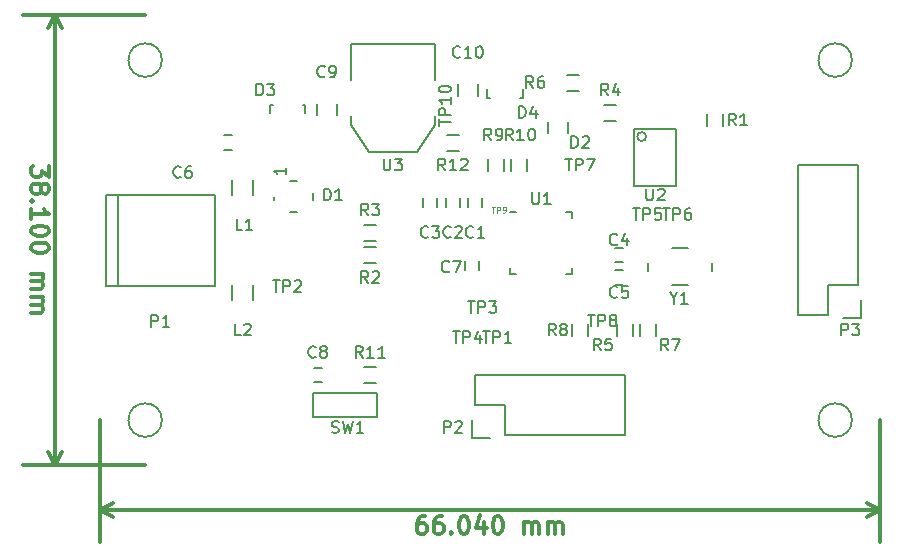
<source format=gbr>
G04 #@! TF.FileFunction,Legend,Top*
%FSLAX46Y46*%
G04 Gerber Fmt 4.6, Leading zero omitted, Abs format (unit mm)*
G04 Created by KiCad (PCBNEW 4.0.2+dfsg1-stable) date Fri 29 Jul 2016 09:24:32 AM CST*
%MOMM*%
G01*
G04 APERTURE LIST*
%ADD10C,0.100000*%
%ADD11C,0.300000*%
%ADD12C,0.150000*%
%ADD13C,0.125000*%
G04 APERTURE END LIST*
D10*
D11*
X115041429Y-109284287D02*
X115041429Y-110212858D01*
X114470000Y-109712858D01*
X114470000Y-109927144D01*
X114398571Y-110070001D01*
X114327143Y-110141430D01*
X114184286Y-110212858D01*
X113827143Y-110212858D01*
X113684286Y-110141430D01*
X113612857Y-110070001D01*
X113541429Y-109927144D01*
X113541429Y-109498572D01*
X113612857Y-109355715D01*
X113684286Y-109284287D01*
X114398571Y-111070001D02*
X114470000Y-110927143D01*
X114541429Y-110855715D01*
X114684286Y-110784286D01*
X114755714Y-110784286D01*
X114898571Y-110855715D01*
X114970000Y-110927143D01*
X115041429Y-111070001D01*
X115041429Y-111355715D01*
X114970000Y-111498572D01*
X114898571Y-111570001D01*
X114755714Y-111641429D01*
X114684286Y-111641429D01*
X114541429Y-111570001D01*
X114470000Y-111498572D01*
X114398571Y-111355715D01*
X114398571Y-111070001D01*
X114327143Y-110927143D01*
X114255714Y-110855715D01*
X114112857Y-110784286D01*
X113827143Y-110784286D01*
X113684286Y-110855715D01*
X113612857Y-110927143D01*
X113541429Y-111070001D01*
X113541429Y-111355715D01*
X113612857Y-111498572D01*
X113684286Y-111570001D01*
X113827143Y-111641429D01*
X114112857Y-111641429D01*
X114255714Y-111570001D01*
X114327143Y-111498572D01*
X114398571Y-111355715D01*
X113684286Y-112284286D02*
X113612857Y-112355714D01*
X113541429Y-112284286D01*
X113612857Y-112212857D01*
X113684286Y-112284286D01*
X113541429Y-112284286D01*
X113541429Y-113784286D02*
X113541429Y-112927143D01*
X113541429Y-113355715D02*
X115041429Y-113355715D01*
X114827143Y-113212858D01*
X114684286Y-113070000D01*
X114612857Y-112927143D01*
X115041429Y-114712857D02*
X115041429Y-114855714D01*
X114970000Y-114998571D01*
X114898571Y-115070000D01*
X114755714Y-115141429D01*
X114470000Y-115212857D01*
X114112857Y-115212857D01*
X113827143Y-115141429D01*
X113684286Y-115070000D01*
X113612857Y-114998571D01*
X113541429Y-114855714D01*
X113541429Y-114712857D01*
X113612857Y-114570000D01*
X113684286Y-114498571D01*
X113827143Y-114427143D01*
X114112857Y-114355714D01*
X114470000Y-114355714D01*
X114755714Y-114427143D01*
X114898571Y-114498571D01*
X114970000Y-114570000D01*
X115041429Y-114712857D01*
X115041429Y-116141428D02*
X115041429Y-116284285D01*
X114970000Y-116427142D01*
X114898571Y-116498571D01*
X114755714Y-116570000D01*
X114470000Y-116641428D01*
X114112857Y-116641428D01*
X113827143Y-116570000D01*
X113684286Y-116498571D01*
X113612857Y-116427142D01*
X113541429Y-116284285D01*
X113541429Y-116141428D01*
X113612857Y-115998571D01*
X113684286Y-115927142D01*
X113827143Y-115855714D01*
X114112857Y-115784285D01*
X114470000Y-115784285D01*
X114755714Y-115855714D01*
X114898571Y-115927142D01*
X114970000Y-115998571D01*
X115041429Y-116141428D01*
X113541429Y-118427142D02*
X114541429Y-118427142D01*
X114398571Y-118427142D02*
X114470000Y-118498570D01*
X114541429Y-118641428D01*
X114541429Y-118855713D01*
X114470000Y-118998570D01*
X114327143Y-119069999D01*
X113541429Y-119069999D01*
X114327143Y-119069999D02*
X114470000Y-119141428D01*
X114541429Y-119284285D01*
X114541429Y-119498570D01*
X114470000Y-119641428D01*
X114327143Y-119712856D01*
X113541429Y-119712856D01*
X113541429Y-120427142D02*
X114541429Y-120427142D01*
X114398571Y-120427142D02*
X114470000Y-120498570D01*
X114541429Y-120641428D01*
X114541429Y-120855713D01*
X114470000Y-120998570D01*
X114327143Y-121069999D01*
X113541429Y-121069999D01*
X114327143Y-121069999D02*
X114470000Y-121141428D01*
X114541429Y-121284285D01*
X114541429Y-121498570D01*
X114470000Y-121641428D01*
X114327143Y-121712856D01*
X113541429Y-121712856D01*
X115570000Y-96520000D02*
X115570000Y-134620000D01*
X123190000Y-96520000D02*
X112870000Y-96520000D01*
X123190000Y-134620000D02*
X112870000Y-134620000D01*
X115570000Y-134620000D02*
X114983579Y-133493496D01*
X115570000Y-134620000D02*
X116156421Y-133493496D01*
X115570000Y-96520000D02*
X114983579Y-97646504D01*
X115570000Y-96520000D02*
X116156421Y-97646504D01*
X146900001Y-138958571D02*
X146614287Y-138958571D01*
X146471430Y-139030000D01*
X146400001Y-139101429D01*
X146257144Y-139315714D01*
X146185715Y-139601429D01*
X146185715Y-140172857D01*
X146257144Y-140315714D01*
X146328572Y-140387143D01*
X146471430Y-140458571D01*
X146757144Y-140458571D01*
X146900001Y-140387143D01*
X146971430Y-140315714D01*
X147042858Y-140172857D01*
X147042858Y-139815714D01*
X146971430Y-139672857D01*
X146900001Y-139601429D01*
X146757144Y-139530000D01*
X146471430Y-139530000D01*
X146328572Y-139601429D01*
X146257144Y-139672857D01*
X146185715Y-139815714D01*
X148328572Y-138958571D02*
X148042858Y-138958571D01*
X147900001Y-139030000D01*
X147828572Y-139101429D01*
X147685715Y-139315714D01*
X147614286Y-139601429D01*
X147614286Y-140172857D01*
X147685715Y-140315714D01*
X147757143Y-140387143D01*
X147900001Y-140458571D01*
X148185715Y-140458571D01*
X148328572Y-140387143D01*
X148400001Y-140315714D01*
X148471429Y-140172857D01*
X148471429Y-139815714D01*
X148400001Y-139672857D01*
X148328572Y-139601429D01*
X148185715Y-139530000D01*
X147900001Y-139530000D01*
X147757143Y-139601429D01*
X147685715Y-139672857D01*
X147614286Y-139815714D01*
X149114286Y-140315714D02*
X149185714Y-140387143D01*
X149114286Y-140458571D01*
X149042857Y-140387143D01*
X149114286Y-140315714D01*
X149114286Y-140458571D01*
X150114286Y-138958571D02*
X150257143Y-138958571D01*
X150400000Y-139030000D01*
X150471429Y-139101429D01*
X150542858Y-139244286D01*
X150614286Y-139530000D01*
X150614286Y-139887143D01*
X150542858Y-140172857D01*
X150471429Y-140315714D01*
X150400000Y-140387143D01*
X150257143Y-140458571D01*
X150114286Y-140458571D01*
X149971429Y-140387143D01*
X149900000Y-140315714D01*
X149828572Y-140172857D01*
X149757143Y-139887143D01*
X149757143Y-139530000D01*
X149828572Y-139244286D01*
X149900000Y-139101429D01*
X149971429Y-139030000D01*
X150114286Y-138958571D01*
X151900000Y-139458571D02*
X151900000Y-140458571D01*
X151542857Y-138887143D02*
X151185714Y-139958571D01*
X152114286Y-139958571D01*
X152971428Y-138958571D02*
X153114285Y-138958571D01*
X153257142Y-139030000D01*
X153328571Y-139101429D01*
X153400000Y-139244286D01*
X153471428Y-139530000D01*
X153471428Y-139887143D01*
X153400000Y-140172857D01*
X153328571Y-140315714D01*
X153257142Y-140387143D01*
X153114285Y-140458571D01*
X152971428Y-140458571D01*
X152828571Y-140387143D01*
X152757142Y-140315714D01*
X152685714Y-140172857D01*
X152614285Y-139887143D01*
X152614285Y-139530000D01*
X152685714Y-139244286D01*
X152757142Y-139101429D01*
X152828571Y-139030000D01*
X152971428Y-138958571D01*
X155257142Y-140458571D02*
X155257142Y-139458571D01*
X155257142Y-139601429D02*
X155328570Y-139530000D01*
X155471428Y-139458571D01*
X155685713Y-139458571D01*
X155828570Y-139530000D01*
X155899999Y-139672857D01*
X155899999Y-140458571D01*
X155899999Y-139672857D02*
X155971428Y-139530000D01*
X156114285Y-139458571D01*
X156328570Y-139458571D01*
X156471428Y-139530000D01*
X156542856Y-139672857D01*
X156542856Y-140458571D01*
X157257142Y-140458571D02*
X157257142Y-139458571D01*
X157257142Y-139601429D02*
X157328570Y-139530000D01*
X157471428Y-139458571D01*
X157685713Y-139458571D01*
X157828570Y-139530000D01*
X157899999Y-139672857D01*
X157899999Y-140458571D01*
X157899999Y-139672857D02*
X157971428Y-139530000D01*
X158114285Y-139458571D01*
X158328570Y-139458571D01*
X158471428Y-139530000D01*
X158542856Y-139672857D01*
X158542856Y-140458571D01*
X119380000Y-138430000D02*
X185420000Y-138430000D01*
X119380000Y-130810000D02*
X119380000Y-141130000D01*
X185420000Y-130810000D02*
X185420000Y-141130000D01*
X185420000Y-138430000D02*
X184293496Y-139016421D01*
X185420000Y-138430000D02*
X184293496Y-137843579D01*
X119380000Y-138430000D02*
X120506504Y-139016421D01*
X119380000Y-138430000D02*
X120506504Y-137843579D01*
D12*
X142811500Y-128524000D02*
X137414000Y-128524000D01*
X142748000Y-130556000D02*
X142811500Y-130556000D01*
X137414000Y-130556000D02*
X142748000Y-130556000D01*
X142811500Y-128524000D02*
X142811500Y-130556000D01*
X137414000Y-130556000D02*
X137414000Y-128524000D01*
X169164000Y-119380000D02*
X167767000Y-119380000D01*
X165735000Y-117475000D02*
X165735000Y-118173500D01*
X169164000Y-116205000D02*
X167767000Y-116205000D01*
X171196000Y-118173500D02*
X171196000Y-117475000D01*
X137414000Y-112141000D02*
X137414000Y-112204500D01*
X137414000Y-111633000D02*
X137414000Y-111569500D01*
X135953500Y-110553500D02*
X136017000Y-110553500D01*
X135445500Y-110553500D02*
X135953500Y-110553500D01*
X135509000Y-113157000D02*
X135445500Y-113157000D01*
X134112000Y-112204500D02*
X134112000Y-111950500D01*
X136017000Y-113157000D02*
X135509000Y-113157000D01*
X137414000Y-111633000D02*
X137414000Y-112141000D01*
X147701000Y-101981000D02*
X147701000Y-98933000D01*
X147701000Y-98933000D02*
X140589000Y-98933000D01*
X140589000Y-98933000D02*
X140589000Y-101981000D01*
X147701000Y-105029000D02*
X147701000Y-105791000D01*
X147701000Y-105791000D02*
X146177000Y-108077000D01*
X146177000Y-108077000D02*
X142113000Y-108077000D01*
X142113000Y-108077000D02*
X140589000Y-105791000D01*
X140589000Y-105791000D02*
X140589000Y-105029000D01*
X168148000Y-106172000D02*
X168148000Y-110998000D01*
X168148000Y-110998000D02*
X164592000Y-110998000D01*
X164592000Y-110998000D02*
X164592000Y-106172000D01*
X164592000Y-106172000D02*
X168148000Y-106172000D01*
X165608000Y-106807000D02*
G75*
G03X165608000Y-106807000I-381000J0D01*
G01*
X148725000Y-106640000D02*
X149725000Y-106640000D01*
X149725000Y-107990000D02*
X148725000Y-107990000D01*
X141740000Y-126325000D02*
X142740000Y-126325000D01*
X142740000Y-127675000D02*
X141740000Y-127675000D01*
X155488000Y-108720000D02*
X155488000Y-109720000D01*
X154138000Y-109720000D02*
X154138000Y-108720000D01*
X152233000Y-109720000D02*
X152233000Y-108720000D01*
X153583000Y-108720000D02*
X153583000Y-109720000D01*
X159345000Y-123690000D02*
X159345000Y-122690000D01*
X160695000Y-122690000D02*
X160695000Y-123690000D01*
X165060000Y-123690000D02*
X165060000Y-122690000D01*
X166410000Y-122690000D02*
X166410000Y-123690000D01*
X158885000Y-101560000D02*
X159885000Y-101560000D01*
X159885000Y-102910000D02*
X158885000Y-102910000D01*
X164505000Y-122690000D02*
X164505000Y-123690000D01*
X163155000Y-123690000D02*
X163155000Y-122690000D01*
X163060000Y-105450000D02*
X162060000Y-105450000D01*
X162060000Y-104100000D02*
X163060000Y-104100000D01*
X141740000Y-114260000D02*
X142740000Y-114260000D01*
X142740000Y-115610000D02*
X141740000Y-115610000D01*
X142740000Y-117515000D02*
X141740000Y-117515000D01*
X141740000Y-116165000D02*
X142740000Y-116165000D01*
X170775000Y-105910000D02*
X170775000Y-104910000D01*
X172125000Y-104910000D02*
X172125000Y-105910000D01*
X178435000Y-121920000D02*
X178435000Y-109220000D01*
X178435000Y-109220000D02*
X183515000Y-109220000D01*
X183515000Y-109220000D02*
X183515000Y-119380000D01*
X178435000Y-121920000D02*
X180975000Y-121920000D01*
X182245000Y-122200000D02*
X183795000Y-122200000D01*
X180975000Y-121920000D02*
X180975000Y-119380000D01*
X180975000Y-119380000D02*
X183515000Y-119380000D01*
X183795000Y-122200000D02*
X183795000Y-120650000D01*
X151130000Y-127000000D02*
X163830000Y-127000000D01*
X163830000Y-127000000D02*
X163830000Y-132080000D01*
X163830000Y-132080000D02*
X153670000Y-132080000D01*
X151130000Y-127000000D02*
X151130000Y-129540000D01*
X150850000Y-130810000D02*
X150850000Y-132360000D01*
X151130000Y-129540000D02*
X153670000Y-129540000D01*
X153670000Y-129540000D02*
X153670000Y-132080000D01*
X150850000Y-132360000D02*
X152400000Y-132360000D01*
X120860820Y-111719360D02*
X120860820Y-119420640D01*
X119860060Y-111719360D02*
X119860060Y-119420640D01*
X119860060Y-119420640D02*
X129059940Y-119420640D01*
X129059940Y-119420640D02*
X129059940Y-111719360D01*
X129059940Y-111719360D02*
X119860060Y-111719360D01*
X132320000Y-119415000D02*
X132320000Y-120615000D01*
X130570000Y-120615000D02*
X130570000Y-119415000D01*
X132320000Y-110525000D02*
X132320000Y-111725000D01*
X130570000Y-111725000D02*
X130570000Y-110525000D01*
X155169820Y-102819200D02*
X155169820Y-103520240D01*
X155169820Y-103520240D02*
X154920900Y-103520240D01*
X152370840Y-103520240D02*
X152170180Y-103520240D01*
X152170180Y-103520240D02*
X152170180Y-102819200D01*
X133755180Y-104825800D02*
X133755180Y-104124760D01*
X133755180Y-104124760D02*
X134004100Y-104124760D01*
X136554160Y-104124760D02*
X136754820Y-104124760D01*
X136754820Y-104124760D02*
X136754820Y-104825800D01*
X157265000Y-105545000D02*
X157265000Y-106545000D01*
X158965000Y-106545000D02*
X158965000Y-105545000D01*
X151345000Y-103370000D02*
X151345000Y-102370000D01*
X149645000Y-102370000D02*
X149645000Y-103370000D01*
X139407000Y-105021000D02*
X139407000Y-104021000D01*
X137707000Y-104021000D02*
X137707000Y-105021000D01*
X138145000Y-127600000D02*
X137445000Y-127600000D01*
X137445000Y-126400000D02*
X138145000Y-126400000D01*
X151476000Y-117379000D02*
X151476000Y-118079000D01*
X150276000Y-118079000D02*
X150276000Y-117379000D01*
X130525000Y-107915000D02*
X129825000Y-107915000D01*
X129825000Y-106715000D02*
X130525000Y-106715000D01*
X162972000Y-118145000D02*
X163672000Y-118145000D01*
X163672000Y-119345000D02*
X162972000Y-119345000D01*
X162972000Y-116240000D02*
X163672000Y-116240000D01*
X163672000Y-117440000D02*
X162972000Y-117440000D01*
X146720000Y-112745000D02*
X146720000Y-112045000D01*
X147920000Y-112045000D02*
X147920000Y-112745000D01*
X148625000Y-112745000D02*
X148625000Y-112045000D01*
X149825000Y-112045000D02*
X149825000Y-112745000D01*
X150530000Y-112745000D02*
X150530000Y-112045000D01*
X151730000Y-112045000D02*
X151730000Y-112745000D01*
X159343000Y-113199000D02*
X159343000Y-113724000D01*
X154093000Y-118449000D02*
X154093000Y-117924000D01*
X159343000Y-118449000D02*
X159343000Y-117924000D01*
X154093000Y-113199000D02*
X154618000Y-113199000D01*
X154093000Y-118449000D02*
X154618000Y-118449000D01*
X159343000Y-118449000D02*
X158818000Y-118449000D01*
X159343000Y-113199000D02*
X158818000Y-113199000D01*
X183029903Y-100330000D02*
G75*
G03X183029903Y-100330000I-1419903J0D01*
G01*
X183029903Y-130810000D02*
G75*
G03X183029903Y-130810000I-1419903J0D01*
G01*
X124609903Y-130810000D02*
G75*
G03X124609903Y-130810000I-1419903J0D01*
G01*
X124609903Y-100330000D02*
G75*
G03X124609903Y-100330000I-1419903J0D01*
G01*
X148042381Y-105878095D02*
X148042381Y-105306666D01*
X149042381Y-105592381D02*
X148042381Y-105592381D01*
X149042381Y-104973333D02*
X148042381Y-104973333D01*
X148042381Y-104592380D01*
X148090000Y-104497142D01*
X148137619Y-104449523D01*
X148232857Y-104401904D01*
X148375714Y-104401904D01*
X148470952Y-104449523D01*
X148518571Y-104497142D01*
X148566190Y-104592380D01*
X148566190Y-104973333D01*
X149042381Y-103449523D02*
X149042381Y-104020952D01*
X149042381Y-103735238D02*
X148042381Y-103735238D01*
X148185238Y-103830476D01*
X148280476Y-103925714D01*
X148328095Y-104020952D01*
X148042381Y-102830476D02*
X148042381Y-102735237D01*
X148090000Y-102639999D01*
X148137619Y-102592380D01*
X148232857Y-102544761D01*
X148423333Y-102497142D01*
X148661429Y-102497142D01*
X148851905Y-102544761D01*
X148947143Y-102592380D01*
X148994762Y-102639999D01*
X149042381Y-102735237D01*
X149042381Y-102830476D01*
X148994762Y-102925714D01*
X148947143Y-102973333D01*
X148851905Y-103020952D01*
X148661429Y-103068571D01*
X148423333Y-103068571D01*
X148232857Y-103020952D01*
X148137619Y-102973333D01*
X148090000Y-102925714D01*
X148042381Y-102830476D01*
X139001667Y-131849762D02*
X139144524Y-131897381D01*
X139382620Y-131897381D01*
X139477858Y-131849762D01*
X139525477Y-131802143D01*
X139573096Y-131706905D01*
X139573096Y-131611667D01*
X139525477Y-131516429D01*
X139477858Y-131468810D01*
X139382620Y-131421190D01*
X139192143Y-131373571D01*
X139096905Y-131325952D01*
X139049286Y-131278333D01*
X139001667Y-131183095D01*
X139001667Y-131087857D01*
X139049286Y-130992619D01*
X139096905Y-130945000D01*
X139192143Y-130897381D01*
X139430239Y-130897381D01*
X139573096Y-130945000D01*
X139906429Y-130897381D02*
X140144524Y-131897381D01*
X140335001Y-131183095D01*
X140525477Y-131897381D01*
X140763572Y-130897381D01*
X141668334Y-131897381D02*
X141096905Y-131897381D01*
X141382619Y-131897381D02*
X141382619Y-130897381D01*
X141287381Y-131040238D01*
X141192143Y-131135476D01*
X141096905Y-131183095D01*
D13*
X152531048Y-112756190D02*
X152816762Y-112756190D01*
X152673905Y-113256190D02*
X152673905Y-112756190D01*
X152983429Y-113256190D02*
X152983429Y-112756190D01*
X153173905Y-112756190D01*
X153221524Y-112780000D01*
X153245333Y-112803810D01*
X153269143Y-112851429D01*
X153269143Y-112922857D01*
X153245333Y-112970476D01*
X153221524Y-112994286D01*
X153173905Y-113018095D01*
X152983429Y-113018095D01*
X153507238Y-113256190D02*
X153602476Y-113256190D01*
X153650095Y-113232381D01*
X153673905Y-113208571D01*
X153721524Y-113137143D01*
X153745333Y-113041905D01*
X153745333Y-112851429D01*
X153721524Y-112803810D01*
X153697714Y-112780000D01*
X153650095Y-112756190D01*
X153554857Y-112756190D01*
X153507238Y-112780000D01*
X153483429Y-112803810D01*
X153459619Y-112851429D01*
X153459619Y-112970476D01*
X153483429Y-113018095D01*
X153507238Y-113041905D01*
X153554857Y-113065714D01*
X153650095Y-113065714D01*
X153697714Y-113041905D01*
X153721524Y-113018095D01*
X153745333Y-112970476D01*
D12*
X158758095Y-108672381D02*
X159329524Y-108672381D01*
X159043809Y-109672381D02*
X159043809Y-108672381D01*
X159662857Y-109672381D02*
X159662857Y-108672381D01*
X160043810Y-108672381D01*
X160139048Y-108720000D01*
X160186667Y-108767619D01*
X160234286Y-108862857D01*
X160234286Y-109005714D01*
X160186667Y-109100952D01*
X160139048Y-109148571D01*
X160043810Y-109196190D01*
X159662857Y-109196190D01*
X160567619Y-108672381D02*
X161234286Y-108672381D01*
X160805714Y-109672381D01*
X167013095Y-112863381D02*
X167584524Y-112863381D01*
X167298809Y-113863381D02*
X167298809Y-112863381D01*
X167917857Y-113863381D02*
X167917857Y-112863381D01*
X168298810Y-112863381D01*
X168394048Y-112911000D01*
X168441667Y-112958619D01*
X168489286Y-113053857D01*
X168489286Y-113196714D01*
X168441667Y-113291952D01*
X168394048Y-113339571D01*
X168298810Y-113387190D01*
X167917857Y-113387190D01*
X169346429Y-112863381D02*
X169155952Y-112863381D01*
X169060714Y-112911000D01*
X169013095Y-112958619D01*
X168917857Y-113101476D01*
X168870238Y-113291952D01*
X168870238Y-113672905D01*
X168917857Y-113768143D01*
X168965476Y-113815762D01*
X169060714Y-113863381D01*
X169251191Y-113863381D01*
X169346429Y-113815762D01*
X169394048Y-113768143D01*
X169441667Y-113672905D01*
X169441667Y-113434810D01*
X169394048Y-113339571D01*
X169346429Y-113291952D01*
X169251191Y-113244333D01*
X169060714Y-113244333D01*
X168965476Y-113291952D01*
X168917857Y-113339571D01*
X168870238Y-113434810D01*
X164473095Y-112863381D02*
X165044524Y-112863381D01*
X164758809Y-113863381D02*
X164758809Y-112863381D01*
X165377857Y-113863381D02*
X165377857Y-112863381D01*
X165758810Y-112863381D01*
X165854048Y-112911000D01*
X165901667Y-112958619D01*
X165949286Y-113053857D01*
X165949286Y-113196714D01*
X165901667Y-113291952D01*
X165854048Y-113339571D01*
X165758810Y-113387190D01*
X165377857Y-113387190D01*
X166854048Y-112863381D02*
X166377857Y-112863381D01*
X166330238Y-113339571D01*
X166377857Y-113291952D01*
X166473095Y-113244333D01*
X166711191Y-113244333D01*
X166806429Y-113291952D01*
X166854048Y-113339571D01*
X166901667Y-113434810D01*
X166901667Y-113672905D01*
X166854048Y-113768143D01*
X166806429Y-113815762D01*
X166711191Y-113863381D01*
X166473095Y-113863381D01*
X166377857Y-113815762D01*
X166330238Y-113768143D01*
X167925809Y-120499190D02*
X167925809Y-120975381D01*
X167592476Y-119975381D02*
X167925809Y-120499190D01*
X168259143Y-119975381D01*
X169116286Y-120975381D02*
X168544857Y-120975381D01*
X168830571Y-120975381D02*
X168830571Y-119975381D01*
X168735333Y-120118238D01*
X168640095Y-120213476D01*
X168544857Y-120261095D01*
X160663095Y-121880381D02*
X161234524Y-121880381D01*
X160948809Y-122880381D02*
X160948809Y-121880381D01*
X161567857Y-122880381D02*
X161567857Y-121880381D01*
X161948810Y-121880381D01*
X162044048Y-121928000D01*
X162091667Y-121975619D01*
X162139286Y-122070857D01*
X162139286Y-122213714D01*
X162091667Y-122308952D01*
X162044048Y-122356571D01*
X161948810Y-122404190D01*
X161567857Y-122404190D01*
X162710714Y-122308952D02*
X162615476Y-122261333D01*
X162567857Y-122213714D01*
X162520238Y-122118476D01*
X162520238Y-122070857D01*
X162567857Y-121975619D01*
X162615476Y-121928000D01*
X162710714Y-121880381D01*
X162901191Y-121880381D01*
X162996429Y-121928000D01*
X163044048Y-121975619D01*
X163091667Y-122070857D01*
X163091667Y-122118476D01*
X163044048Y-122213714D01*
X162996429Y-122261333D01*
X162901191Y-122308952D01*
X162710714Y-122308952D01*
X162615476Y-122356571D01*
X162567857Y-122404190D01*
X162520238Y-122499429D01*
X162520238Y-122689905D01*
X162567857Y-122785143D01*
X162615476Y-122832762D01*
X162710714Y-122880381D01*
X162901191Y-122880381D01*
X162996429Y-122832762D01*
X163044048Y-122785143D01*
X163091667Y-122689905D01*
X163091667Y-122499429D01*
X163044048Y-122404190D01*
X162996429Y-122356571D01*
X162901191Y-122308952D01*
X149233095Y-123277381D02*
X149804524Y-123277381D01*
X149518809Y-124277381D02*
X149518809Y-123277381D01*
X150137857Y-124277381D02*
X150137857Y-123277381D01*
X150518810Y-123277381D01*
X150614048Y-123325000D01*
X150661667Y-123372619D01*
X150709286Y-123467857D01*
X150709286Y-123610714D01*
X150661667Y-123705952D01*
X150614048Y-123753571D01*
X150518810Y-123801190D01*
X150137857Y-123801190D01*
X151566429Y-123610714D02*
X151566429Y-124277381D01*
X151328333Y-123229762D02*
X151090238Y-123944048D01*
X151709286Y-123944048D01*
X150503095Y-120737381D02*
X151074524Y-120737381D01*
X150788809Y-121737381D02*
X150788809Y-120737381D01*
X151407857Y-121737381D02*
X151407857Y-120737381D01*
X151788810Y-120737381D01*
X151884048Y-120785000D01*
X151931667Y-120832619D01*
X151979286Y-120927857D01*
X151979286Y-121070714D01*
X151931667Y-121165952D01*
X151884048Y-121213571D01*
X151788810Y-121261190D01*
X151407857Y-121261190D01*
X152312619Y-120737381D02*
X152931667Y-120737381D01*
X152598333Y-121118333D01*
X152741191Y-121118333D01*
X152836429Y-121165952D01*
X152884048Y-121213571D01*
X152931667Y-121308810D01*
X152931667Y-121546905D01*
X152884048Y-121642143D01*
X152836429Y-121689762D01*
X152741191Y-121737381D01*
X152455476Y-121737381D01*
X152360238Y-121689762D01*
X152312619Y-121642143D01*
X133993095Y-118959381D02*
X134564524Y-118959381D01*
X134278809Y-119959381D02*
X134278809Y-118959381D01*
X134897857Y-119959381D02*
X134897857Y-118959381D01*
X135278810Y-118959381D01*
X135374048Y-119007000D01*
X135421667Y-119054619D01*
X135469286Y-119149857D01*
X135469286Y-119292714D01*
X135421667Y-119387952D01*
X135374048Y-119435571D01*
X135278810Y-119483190D01*
X134897857Y-119483190D01*
X135850238Y-119054619D02*
X135897857Y-119007000D01*
X135993095Y-118959381D01*
X136231191Y-118959381D01*
X136326429Y-119007000D01*
X136374048Y-119054619D01*
X136421667Y-119149857D01*
X136421667Y-119245095D01*
X136374048Y-119387952D01*
X135802619Y-119959381D01*
X136421667Y-119959381D01*
X151773095Y-123277381D02*
X152344524Y-123277381D01*
X152058809Y-124277381D02*
X152058809Y-123277381D01*
X152677857Y-124277381D02*
X152677857Y-123277381D01*
X153058810Y-123277381D01*
X153154048Y-123325000D01*
X153201667Y-123372619D01*
X153249286Y-123467857D01*
X153249286Y-123610714D01*
X153201667Y-123705952D01*
X153154048Y-123753571D01*
X153058810Y-123801190D01*
X152677857Y-123801190D01*
X154201667Y-124277381D02*
X153630238Y-124277381D01*
X153915952Y-124277381D02*
X153915952Y-123277381D01*
X153820714Y-123420238D01*
X153725476Y-123515476D01*
X153630238Y-123563095D01*
X138326905Y-112212381D02*
X138326905Y-111212381D01*
X138565000Y-111212381D01*
X138707858Y-111260000D01*
X138803096Y-111355238D01*
X138850715Y-111450476D01*
X138898334Y-111640952D01*
X138898334Y-111783810D01*
X138850715Y-111974286D01*
X138803096Y-112069524D01*
X138707858Y-112164762D01*
X138565000Y-112212381D01*
X138326905Y-112212381D01*
X139850715Y-112212381D02*
X139279286Y-112212381D01*
X139565000Y-112212381D02*
X139565000Y-111212381D01*
X139469762Y-111355238D01*
X139374524Y-111450476D01*
X139279286Y-111498095D01*
X135072381Y-109442285D02*
X135072381Y-110013714D01*
X135072381Y-109728000D02*
X134072381Y-109728000D01*
X134215238Y-109823238D01*
X134310476Y-109918476D01*
X134358095Y-110013714D01*
X143383095Y-108672381D02*
X143383095Y-109481905D01*
X143430714Y-109577143D01*
X143478333Y-109624762D01*
X143573571Y-109672381D01*
X143764048Y-109672381D01*
X143859286Y-109624762D01*
X143906905Y-109577143D01*
X143954524Y-109481905D01*
X143954524Y-108672381D01*
X144335476Y-108672381D02*
X144954524Y-108672381D01*
X144621190Y-109053333D01*
X144764048Y-109053333D01*
X144859286Y-109100952D01*
X144906905Y-109148571D01*
X144954524Y-109243810D01*
X144954524Y-109481905D01*
X144906905Y-109577143D01*
X144859286Y-109624762D01*
X144764048Y-109672381D01*
X144478333Y-109672381D01*
X144383095Y-109624762D01*
X144335476Y-109577143D01*
X165608095Y-111212381D02*
X165608095Y-112021905D01*
X165655714Y-112117143D01*
X165703333Y-112164762D01*
X165798571Y-112212381D01*
X165989048Y-112212381D01*
X166084286Y-112164762D01*
X166131905Y-112117143D01*
X166179524Y-112021905D01*
X166179524Y-111212381D01*
X166608095Y-111307619D02*
X166655714Y-111260000D01*
X166750952Y-111212381D01*
X166989048Y-111212381D01*
X167084286Y-111260000D01*
X167131905Y-111307619D01*
X167179524Y-111402857D01*
X167179524Y-111498095D01*
X167131905Y-111640952D01*
X166560476Y-112212381D01*
X167179524Y-112212381D01*
X148582143Y-109672381D02*
X148248809Y-109196190D01*
X148010714Y-109672381D02*
X148010714Y-108672381D01*
X148391667Y-108672381D01*
X148486905Y-108720000D01*
X148534524Y-108767619D01*
X148582143Y-108862857D01*
X148582143Y-109005714D01*
X148534524Y-109100952D01*
X148486905Y-109148571D01*
X148391667Y-109196190D01*
X148010714Y-109196190D01*
X149534524Y-109672381D02*
X148963095Y-109672381D01*
X149248809Y-109672381D02*
X149248809Y-108672381D01*
X149153571Y-108815238D01*
X149058333Y-108910476D01*
X148963095Y-108958095D01*
X149915476Y-108767619D02*
X149963095Y-108720000D01*
X150058333Y-108672381D01*
X150296429Y-108672381D01*
X150391667Y-108720000D01*
X150439286Y-108767619D01*
X150486905Y-108862857D01*
X150486905Y-108958095D01*
X150439286Y-109100952D01*
X149867857Y-109672381D01*
X150486905Y-109672381D01*
X141597143Y-125547381D02*
X141263809Y-125071190D01*
X141025714Y-125547381D02*
X141025714Y-124547381D01*
X141406667Y-124547381D01*
X141501905Y-124595000D01*
X141549524Y-124642619D01*
X141597143Y-124737857D01*
X141597143Y-124880714D01*
X141549524Y-124975952D01*
X141501905Y-125023571D01*
X141406667Y-125071190D01*
X141025714Y-125071190D01*
X142549524Y-125547381D02*
X141978095Y-125547381D01*
X142263809Y-125547381D02*
X142263809Y-124547381D01*
X142168571Y-124690238D01*
X142073333Y-124785476D01*
X141978095Y-124833095D01*
X143501905Y-125547381D02*
X142930476Y-125547381D01*
X143216190Y-125547381D02*
X143216190Y-124547381D01*
X143120952Y-124690238D01*
X143025714Y-124785476D01*
X142930476Y-124833095D01*
X154297143Y-107132381D02*
X153963809Y-106656190D01*
X153725714Y-107132381D02*
X153725714Y-106132381D01*
X154106667Y-106132381D01*
X154201905Y-106180000D01*
X154249524Y-106227619D01*
X154297143Y-106322857D01*
X154297143Y-106465714D01*
X154249524Y-106560952D01*
X154201905Y-106608571D01*
X154106667Y-106656190D01*
X153725714Y-106656190D01*
X155249524Y-107132381D02*
X154678095Y-107132381D01*
X154963809Y-107132381D02*
X154963809Y-106132381D01*
X154868571Y-106275238D01*
X154773333Y-106370476D01*
X154678095Y-106418095D01*
X155868571Y-106132381D02*
X155963810Y-106132381D01*
X156059048Y-106180000D01*
X156106667Y-106227619D01*
X156154286Y-106322857D01*
X156201905Y-106513333D01*
X156201905Y-106751429D01*
X156154286Y-106941905D01*
X156106667Y-107037143D01*
X156059048Y-107084762D01*
X155963810Y-107132381D01*
X155868571Y-107132381D01*
X155773333Y-107084762D01*
X155725714Y-107037143D01*
X155678095Y-106941905D01*
X155630476Y-106751429D01*
X155630476Y-106513333D01*
X155678095Y-106322857D01*
X155725714Y-106227619D01*
X155773333Y-106180000D01*
X155868571Y-106132381D01*
X152487334Y-107132381D02*
X152154000Y-106656190D01*
X151915905Y-107132381D02*
X151915905Y-106132381D01*
X152296858Y-106132381D01*
X152392096Y-106180000D01*
X152439715Y-106227619D01*
X152487334Y-106322857D01*
X152487334Y-106465714D01*
X152439715Y-106560952D01*
X152392096Y-106608571D01*
X152296858Y-106656190D01*
X151915905Y-106656190D01*
X152963524Y-107132381D02*
X153154000Y-107132381D01*
X153249239Y-107084762D01*
X153296858Y-107037143D01*
X153392096Y-106894286D01*
X153439715Y-106703810D01*
X153439715Y-106322857D01*
X153392096Y-106227619D01*
X153344477Y-106180000D01*
X153249239Y-106132381D01*
X153058762Y-106132381D01*
X152963524Y-106180000D01*
X152915905Y-106227619D01*
X152868286Y-106322857D01*
X152868286Y-106560952D01*
X152915905Y-106656190D01*
X152963524Y-106703810D01*
X153058762Y-106751429D01*
X153249239Y-106751429D01*
X153344477Y-106703810D01*
X153392096Y-106656190D01*
X153439715Y-106560952D01*
X157948334Y-123642381D02*
X157615000Y-123166190D01*
X157376905Y-123642381D02*
X157376905Y-122642381D01*
X157757858Y-122642381D01*
X157853096Y-122690000D01*
X157900715Y-122737619D01*
X157948334Y-122832857D01*
X157948334Y-122975714D01*
X157900715Y-123070952D01*
X157853096Y-123118571D01*
X157757858Y-123166190D01*
X157376905Y-123166190D01*
X158519762Y-123070952D02*
X158424524Y-123023333D01*
X158376905Y-122975714D01*
X158329286Y-122880476D01*
X158329286Y-122832857D01*
X158376905Y-122737619D01*
X158424524Y-122690000D01*
X158519762Y-122642381D01*
X158710239Y-122642381D01*
X158805477Y-122690000D01*
X158853096Y-122737619D01*
X158900715Y-122832857D01*
X158900715Y-122880476D01*
X158853096Y-122975714D01*
X158805477Y-123023333D01*
X158710239Y-123070952D01*
X158519762Y-123070952D01*
X158424524Y-123118571D01*
X158376905Y-123166190D01*
X158329286Y-123261429D01*
X158329286Y-123451905D01*
X158376905Y-123547143D01*
X158424524Y-123594762D01*
X158519762Y-123642381D01*
X158710239Y-123642381D01*
X158805477Y-123594762D01*
X158853096Y-123547143D01*
X158900715Y-123451905D01*
X158900715Y-123261429D01*
X158853096Y-123166190D01*
X158805477Y-123118571D01*
X158710239Y-123070952D01*
X167473334Y-124912381D02*
X167140000Y-124436190D01*
X166901905Y-124912381D02*
X166901905Y-123912381D01*
X167282858Y-123912381D01*
X167378096Y-123960000D01*
X167425715Y-124007619D01*
X167473334Y-124102857D01*
X167473334Y-124245714D01*
X167425715Y-124340952D01*
X167378096Y-124388571D01*
X167282858Y-124436190D01*
X166901905Y-124436190D01*
X167806667Y-123912381D02*
X168473334Y-123912381D01*
X168044762Y-124912381D01*
X156043334Y-102687381D02*
X155710000Y-102211190D01*
X155471905Y-102687381D02*
X155471905Y-101687381D01*
X155852858Y-101687381D01*
X155948096Y-101735000D01*
X155995715Y-101782619D01*
X156043334Y-101877857D01*
X156043334Y-102020714D01*
X155995715Y-102115952D01*
X155948096Y-102163571D01*
X155852858Y-102211190D01*
X155471905Y-102211190D01*
X156900477Y-101687381D02*
X156710000Y-101687381D01*
X156614762Y-101735000D01*
X156567143Y-101782619D01*
X156471905Y-101925476D01*
X156424286Y-102115952D01*
X156424286Y-102496905D01*
X156471905Y-102592143D01*
X156519524Y-102639762D01*
X156614762Y-102687381D01*
X156805239Y-102687381D01*
X156900477Y-102639762D01*
X156948096Y-102592143D01*
X156995715Y-102496905D01*
X156995715Y-102258810D01*
X156948096Y-102163571D01*
X156900477Y-102115952D01*
X156805239Y-102068333D01*
X156614762Y-102068333D01*
X156519524Y-102115952D01*
X156471905Y-102163571D01*
X156424286Y-102258810D01*
X161758334Y-124912381D02*
X161425000Y-124436190D01*
X161186905Y-124912381D02*
X161186905Y-123912381D01*
X161567858Y-123912381D01*
X161663096Y-123960000D01*
X161710715Y-124007619D01*
X161758334Y-124102857D01*
X161758334Y-124245714D01*
X161710715Y-124340952D01*
X161663096Y-124388571D01*
X161567858Y-124436190D01*
X161186905Y-124436190D01*
X162663096Y-123912381D02*
X162186905Y-123912381D01*
X162139286Y-124388571D01*
X162186905Y-124340952D01*
X162282143Y-124293333D01*
X162520239Y-124293333D01*
X162615477Y-124340952D01*
X162663096Y-124388571D01*
X162710715Y-124483810D01*
X162710715Y-124721905D01*
X162663096Y-124817143D01*
X162615477Y-124864762D01*
X162520239Y-124912381D01*
X162282143Y-124912381D01*
X162186905Y-124864762D01*
X162139286Y-124817143D01*
X162393334Y-103327381D02*
X162060000Y-102851190D01*
X161821905Y-103327381D02*
X161821905Y-102327381D01*
X162202858Y-102327381D01*
X162298096Y-102375000D01*
X162345715Y-102422619D01*
X162393334Y-102517857D01*
X162393334Y-102660714D01*
X162345715Y-102755952D01*
X162298096Y-102803571D01*
X162202858Y-102851190D01*
X161821905Y-102851190D01*
X163250477Y-102660714D02*
X163250477Y-103327381D01*
X163012381Y-102279762D02*
X162774286Y-102994048D01*
X163393334Y-102994048D01*
X142073334Y-113482381D02*
X141740000Y-113006190D01*
X141501905Y-113482381D02*
X141501905Y-112482381D01*
X141882858Y-112482381D01*
X141978096Y-112530000D01*
X142025715Y-112577619D01*
X142073334Y-112672857D01*
X142073334Y-112815714D01*
X142025715Y-112910952D01*
X141978096Y-112958571D01*
X141882858Y-113006190D01*
X141501905Y-113006190D01*
X142406667Y-112482381D02*
X143025715Y-112482381D01*
X142692381Y-112863333D01*
X142835239Y-112863333D01*
X142930477Y-112910952D01*
X142978096Y-112958571D01*
X143025715Y-113053810D01*
X143025715Y-113291905D01*
X142978096Y-113387143D01*
X142930477Y-113434762D01*
X142835239Y-113482381D01*
X142549524Y-113482381D01*
X142454286Y-113434762D01*
X142406667Y-113387143D01*
X142073334Y-119197381D02*
X141740000Y-118721190D01*
X141501905Y-119197381D02*
X141501905Y-118197381D01*
X141882858Y-118197381D01*
X141978096Y-118245000D01*
X142025715Y-118292619D01*
X142073334Y-118387857D01*
X142073334Y-118530714D01*
X142025715Y-118625952D01*
X141978096Y-118673571D01*
X141882858Y-118721190D01*
X141501905Y-118721190D01*
X142454286Y-118292619D02*
X142501905Y-118245000D01*
X142597143Y-118197381D01*
X142835239Y-118197381D01*
X142930477Y-118245000D01*
X142978096Y-118292619D01*
X143025715Y-118387857D01*
X143025715Y-118483095D01*
X142978096Y-118625952D01*
X142406667Y-119197381D01*
X143025715Y-119197381D01*
X173188334Y-105862381D02*
X172855000Y-105386190D01*
X172616905Y-105862381D02*
X172616905Y-104862381D01*
X172997858Y-104862381D01*
X173093096Y-104910000D01*
X173140715Y-104957619D01*
X173188334Y-105052857D01*
X173188334Y-105195714D01*
X173140715Y-105290952D01*
X173093096Y-105338571D01*
X172997858Y-105386190D01*
X172616905Y-105386190D01*
X174140715Y-105862381D02*
X173569286Y-105862381D01*
X173855000Y-105862381D02*
X173855000Y-104862381D01*
X173759762Y-105005238D01*
X173664524Y-105100476D01*
X173569286Y-105148095D01*
X182141905Y-123642381D02*
X182141905Y-122642381D01*
X182522858Y-122642381D01*
X182618096Y-122690000D01*
X182665715Y-122737619D01*
X182713334Y-122832857D01*
X182713334Y-122975714D01*
X182665715Y-123070952D01*
X182618096Y-123118571D01*
X182522858Y-123166190D01*
X182141905Y-123166190D01*
X183046667Y-122642381D02*
X183665715Y-122642381D01*
X183332381Y-123023333D01*
X183475239Y-123023333D01*
X183570477Y-123070952D01*
X183618096Y-123118571D01*
X183665715Y-123213810D01*
X183665715Y-123451905D01*
X183618096Y-123547143D01*
X183570477Y-123594762D01*
X183475239Y-123642381D01*
X183189524Y-123642381D01*
X183094286Y-123594762D01*
X183046667Y-123547143D01*
X148486905Y-131897381D02*
X148486905Y-130897381D01*
X148867858Y-130897381D01*
X148963096Y-130945000D01*
X149010715Y-130992619D01*
X149058334Y-131087857D01*
X149058334Y-131230714D01*
X149010715Y-131325952D01*
X148963096Y-131373571D01*
X148867858Y-131421190D01*
X148486905Y-131421190D01*
X149439286Y-130992619D02*
X149486905Y-130945000D01*
X149582143Y-130897381D01*
X149820239Y-130897381D01*
X149915477Y-130945000D01*
X149963096Y-130992619D01*
X150010715Y-131087857D01*
X150010715Y-131183095D01*
X149963096Y-131325952D01*
X149391667Y-131897381D01*
X150010715Y-131897381D01*
X123721905Y-122923561D02*
X123721905Y-121923561D01*
X124102858Y-121923561D01*
X124198096Y-121971180D01*
X124245715Y-122018799D01*
X124293334Y-122114037D01*
X124293334Y-122256894D01*
X124245715Y-122352132D01*
X124198096Y-122399751D01*
X124102858Y-122447370D01*
X123721905Y-122447370D01*
X125245715Y-122923561D02*
X124674286Y-122923561D01*
X124960000Y-122923561D02*
X124960000Y-121923561D01*
X124864762Y-122066418D01*
X124769524Y-122161656D01*
X124674286Y-122209275D01*
X131278334Y-123642381D02*
X130802143Y-123642381D01*
X130802143Y-122642381D01*
X131564048Y-122737619D02*
X131611667Y-122690000D01*
X131706905Y-122642381D01*
X131945001Y-122642381D01*
X132040239Y-122690000D01*
X132087858Y-122737619D01*
X132135477Y-122832857D01*
X132135477Y-122928095D01*
X132087858Y-123070952D01*
X131516429Y-123642381D01*
X132135477Y-123642381D01*
X131405334Y-114752381D02*
X130929143Y-114752381D01*
X130929143Y-113752381D01*
X132262477Y-114752381D02*
X131691048Y-114752381D01*
X131976762Y-114752381D02*
X131976762Y-113752381D01*
X131881524Y-113895238D01*
X131786286Y-113990476D01*
X131691048Y-114038095D01*
X154836905Y-105227381D02*
X154836905Y-104227381D01*
X155075000Y-104227381D01*
X155217858Y-104275000D01*
X155313096Y-104370238D01*
X155360715Y-104465476D01*
X155408334Y-104655952D01*
X155408334Y-104798810D01*
X155360715Y-104989286D01*
X155313096Y-105084524D01*
X155217858Y-105179762D01*
X155075000Y-105227381D01*
X154836905Y-105227381D01*
X156265477Y-104560714D02*
X156265477Y-105227381D01*
X156027381Y-104179762D02*
X155789286Y-104894048D01*
X156408334Y-104894048D01*
X132611905Y-103322381D02*
X132611905Y-102322381D01*
X132850000Y-102322381D01*
X132992858Y-102370000D01*
X133088096Y-102465238D01*
X133135715Y-102560476D01*
X133183334Y-102750952D01*
X133183334Y-102893810D01*
X133135715Y-103084286D01*
X133088096Y-103179524D01*
X132992858Y-103274762D01*
X132850000Y-103322381D01*
X132611905Y-103322381D01*
X133516667Y-102322381D02*
X134135715Y-102322381D01*
X133802381Y-102703333D01*
X133945239Y-102703333D01*
X134040477Y-102750952D01*
X134088096Y-102798571D01*
X134135715Y-102893810D01*
X134135715Y-103131905D01*
X134088096Y-103227143D01*
X134040477Y-103274762D01*
X133945239Y-103322381D01*
X133659524Y-103322381D01*
X133564286Y-103274762D01*
X133516667Y-103227143D01*
X159281905Y-107767381D02*
X159281905Y-106767381D01*
X159520000Y-106767381D01*
X159662858Y-106815000D01*
X159758096Y-106910238D01*
X159805715Y-107005476D01*
X159853334Y-107195952D01*
X159853334Y-107338810D01*
X159805715Y-107529286D01*
X159758096Y-107624524D01*
X159662858Y-107719762D01*
X159520000Y-107767381D01*
X159281905Y-107767381D01*
X160234286Y-106862619D02*
X160281905Y-106815000D01*
X160377143Y-106767381D01*
X160615239Y-106767381D01*
X160710477Y-106815000D01*
X160758096Y-106862619D01*
X160805715Y-106957857D01*
X160805715Y-107053095D01*
X160758096Y-107195952D01*
X160186667Y-107767381D01*
X160805715Y-107767381D01*
X149852143Y-100052143D02*
X149804524Y-100099762D01*
X149661667Y-100147381D01*
X149566429Y-100147381D01*
X149423571Y-100099762D01*
X149328333Y-100004524D01*
X149280714Y-99909286D01*
X149233095Y-99718810D01*
X149233095Y-99575952D01*
X149280714Y-99385476D01*
X149328333Y-99290238D01*
X149423571Y-99195000D01*
X149566429Y-99147381D01*
X149661667Y-99147381D01*
X149804524Y-99195000D01*
X149852143Y-99242619D01*
X150804524Y-100147381D02*
X150233095Y-100147381D01*
X150518809Y-100147381D02*
X150518809Y-99147381D01*
X150423571Y-99290238D01*
X150328333Y-99385476D01*
X150233095Y-99433095D01*
X151423571Y-99147381D02*
X151518810Y-99147381D01*
X151614048Y-99195000D01*
X151661667Y-99242619D01*
X151709286Y-99337857D01*
X151756905Y-99528333D01*
X151756905Y-99766429D01*
X151709286Y-99956905D01*
X151661667Y-100052143D01*
X151614048Y-100099762D01*
X151518810Y-100147381D01*
X151423571Y-100147381D01*
X151328333Y-100099762D01*
X151280714Y-100052143D01*
X151233095Y-99956905D01*
X151185476Y-99766429D01*
X151185476Y-99528333D01*
X151233095Y-99337857D01*
X151280714Y-99242619D01*
X151328333Y-99195000D01*
X151423571Y-99147381D01*
X138390334Y-101703143D02*
X138342715Y-101750762D01*
X138199858Y-101798381D01*
X138104620Y-101798381D01*
X137961762Y-101750762D01*
X137866524Y-101655524D01*
X137818905Y-101560286D01*
X137771286Y-101369810D01*
X137771286Y-101226952D01*
X137818905Y-101036476D01*
X137866524Y-100941238D01*
X137961762Y-100846000D01*
X138104620Y-100798381D01*
X138199858Y-100798381D01*
X138342715Y-100846000D01*
X138390334Y-100893619D01*
X138866524Y-101798381D02*
X139057000Y-101798381D01*
X139152239Y-101750762D01*
X139199858Y-101703143D01*
X139295096Y-101560286D01*
X139342715Y-101369810D01*
X139342715Y-100988857D01*
X139295096Y-100893619D01*
X139247477Y-100846000D01*
X139152239Y-100798381D01*
X138961762Y-100798381D01*
X138866524Y-100846000D01*
X138818905Y-100893619D01*
X138771286Y-100988857D01*
X138771286Y-101226952D01*
X138818905Y-101322190D01*
X138866524Y-101369810D01*
X138961762Y-101417429D01*
X139152239Y-101417429D01*
X139247477Y-101369810D01*
X139295096Y-101322190D01*
X139342715Y-101226952D01*
X137628334Y-125452143D02*
X137580715Y-125499762D01*
X137437858Y-125547381D01*
X137342620Y-125547381D01*
X137199762Y-125499762D01*
X137104524Y-125404524D01*
X137056905Y-125309286D01*
X137009286Y-125118810D01*
X137009286Y-124975952D01*
X137056905Y-124785476D01*
X137104524Y-124690238D01*
X137199762Y-124595000D01*
X137342620Y-124547381D01*
X137437858Y-124547381D01*
X137580715Y-124595000D01*
X137628334Y-124642619D01*
X138199762Y-124975952D02*
X138104524Y-124928333D01*
X138056905Y-124880714D01*
X138009286Y-124785476D01*
X138009286Y-124737857D01*
X138056905Y-124642619D01*
X138104524Y-124595000D01*
X138199762Y-124547381D01*
X138390239Y-124547381D01*
X138485477Y-124595000D01*
X138533096Y-124642619D01*
X138580715Y-124737857D01*
X138580715Y-124785476D01*
X138533096Y-124880714D01*
X138485477Y-124928333D01*
X138390239Y-124975952D01*
X138199762Y-124975952D01*
X138104524Y-125023571D01*
X138056905Y-125071190D01*
X138009286Y-125166429D01*
X138009286Y-125356905D01*
X138056905Y-125452143D01*
X138104524Y-125499762D01*
X138199762Y-125547381D01*
X138390239Y-125547381D01*
X138485477Y-125499762D01*
X138533096Y-125452143D01*
X138580715Y-125356905D01*
X138580715Y-125166429D01*
X138533096Y-125071190D01*
X138485477Y-125023571D01*
X138390239Y-124975952D01*
X148931334Y-118213143D02*
X148883715Y-118260762D01*
X148740858Y-118308381D01*
X148645620Y-118308381D01*
X148502762Y-118260762D01*
X148407524Y-118165524D01*
X148359905Y-118070286D01*
X148312286Y-117879810D01*
X148312286Y-117736952D01*
X148359905Y-117546476D01*
X148407524Y-117451238D01*
X148502762Y-117356000D01*
X148645620Y-117308381D01*
X148740858Y-117308381D01*
X148883715Y-117356000D01*
X148931334Y-117403619D01*
X149264667Y-117308381D02*
X149931334Y-117308381D01*
X149502762Y-118308381D01*
X126198334Y-110212143D02*
X126150715Y-110259762D01*
X126007858Y-110307381D01*
X125912620Y-110307381D01*
X125769762Y-110259762D01*
X125674524Y-110164524D01*
X125626905Y-110069286D01*
X125579286Y-109878810D01*
X125579286Y-109735952D01*
X125626905Y-109545476D01*
X125674524Y-109450238D01*
X125769762Y-109355000D01*
X125912620Y-109307381D01*
X126007858Y-109307381D01*
X126150715Y-109355000D01*
X126198334Y-109402619D01*
X127055477Y-109307381D02*
X126865000Y-109307381D01*
X126769762Y-109355000D01*
X126722143Y-109402619D01*
X126626905Y-109545476D01*
X126579286Y-109735952D01*
X126579286Y-110116905D01*
X126626905Y-110212143D01*
X126674524Y-110259762D01*
X126769762Y-110307381D01*
X126960239Y-110307381D01*
X127055477Y-110259762D01*
X127103096Y-110212143D01*
X127150715Y-110116905D01*
X127150715Y-109878810D01*
X127103096Y-109783571D01*
X127055477Y-109735952D01*
X126960239Y-109688333D01*
X126769762Y-109688333D01*
X126674524Y-109735952D01*
X126626905Y-109783571D01*
X126579286Y-109878810D01*
X163155334Y-120372143D02*
X163107715Y-120419762D01*
X162964858Y-120467381D01*
X162869620Y-120467381D01*
X162726762Y-120419762D01*
X162631524Y-120324524D01*
X162583905Y-120229286D01*
X162536286Y-120038810D01*
X162536286Y-119895952D01*
X162583905Y-119705476D01*
X162631524Y-119610238D01*
X162726762Y-119515000D01*
X162869620Y-119467381D01*
X162964858Y-119467381D01*
X163107715Y-119515000D01*
X163155334Y-119562619D01*
X164060096Y-119467381D02*
X163583905Y-119467381D01*
X163536286Y-119943571D01*
X163583905Y-119895952D01*
X163679143Y-119848333D01*
X163917239Y-119848333D01*
X164012477Y-119895952D01*
X164060096Y-119943571D01*
X164107715Y-120038810D01*
X164107715Y-120276905D01*
X164060096Y-120372143D01*
X164012477Y-120419762D01*
X163917239Y-120467381D01*
X163679143Y-120467381D01*
X163583905Y-120419762D01*
X163536286Y-120372143D01*
X163155334Y-115927143D02*
X163107715Y-115974762D01*
X162964858Y-116022381D01*
X162869620Y-116022381D01*
X162726762Y-115974762D01*
X162631524Y-115879524D01*
X162583905Y-115784286D01*
X162536286Y-115593810D01*
X162536286Y-115450952D01*
X162583905Y-115260476D01*
X162631524Y-115165238D01*
X162726762Y-115070000D01*
X162869620Y-115022381D01*
X162964858Y-115022381D01*
X163107715Y-115070000D01*
X163155334Y-115117619D01*
X164012477Y-115355714D02*
X164012477Y-116022381D01*
X163774381Y-114974762D02*
X163536286Y-115689048D01*
X164155334Y-115689048D01*
X147153334Y-115292143D02*
X147105715Y-115339762D01*
X146962858Y-115387381D01*
X146867620Y-115387381D01*
X146724762Y-115339762D01*
X146629524Y-115244524D01*
X146581905Y-115149286D01*
X146534286Y-114958810D01*
X146534286Y-114815952D01*
X146581905Y-114625476D01*
X146629524Y-114530238D01*
X146724762Y-114435000D01*
X146867620Y-114387381D01*
X146962858Y-114387381D01*
X147105715Y-114435000D01*
X147153334Y-114482619D01*
X147486667Y-114387381D02*
X148105715Y-114387381D01*
X147772381Y-114768333D01*
X147915239Y-114768333D01*
X148010477Y-114815952D01*
X148058096Y-114863571D01*
X148105715Y-114958810D01*
X148105715Y-115196905D01*
X148058096Y-115292143D01*
X148010477Y-115339762D01*
X147915239Y-115387381D01*
X147629524Y-115387381D01*
X147534286Y-115339762D01*
X147486667Y-115292143D01*
X149058334Y-115292143D02*
X149010715Y-115339762D01*
X148867858Y-115387381D01*
X148772620Y-115387381D01*
X148629762Y-115339762D01*
X148534524Y-115244524D01*
X148486905Y-115149286D01*
X148439286Y-114958810D01*
X148439286Y-114815952D01*
X148486905Y-114625476D01*
X148534524Y-114530238D01*
X148629762Y-114435000D01*
X148772620Y-114387381D01*
X148867858Y-114387381D01*
X149010715Y-114435000D01*
X149058334Y-114482619D01*
X149439286Y-114482619D02*
X149486905Y-114435000D01*
X149582143Y-114387381D01*
X149820239Y-114387381D01*
X149915477Y-114435000D01*
X149963096Y-114482619D01*
X150010715Y-114577857D01*
X150010715Y-114673095D01*
X149963096Y-114815952D01*
X149391667Y-115387381D01*
X150010715Y-115387381D01*
X150963334Y-115292143D02*
X150915715Y-115339762D01*
X150772858Y-115387381D01*
X150677620Y-115387381D01*
X150534762Y-115339762D01*
X150439524Y-115244524D01*
X150391905Y-115149286D01*
X150344286Y-114958810D01*
X150344286Y-114815952D01*
X150391905Y-114625476D01*
X150439524Y-114530238D01*
X150534762Y-114435000D01*
X150677620Y-114387381D01*
X150772858Y-114387381D01*
X150915715Y-114435000D01*
X150963334Y-114482619D01*
X151915715Y-115387381D02*
X151344286Y-115387381D01*
X151630000Y-115387381D02*
X151630000Y-114387381D01*
X151534762Y-114530238D01*
X151439524Y-114625476D01*
X151344286Y-114673095D01*
X155956095Y-111526381D02*
X155956095Y-112335905D01*
X156003714Y-112431143D01*
X156051333Y-112478762D01*
X156146571Y-112526381D01*
X156337048Y-112526381D01*
X156432286Y-112478762D01*
X156479905Y-112431143D01*
X156527524Y-112335905D01*
X156527524Y-111526381D01*
X157527524Y-112526381D02*
X156956095Y-112526381D01*
X157241809Y-112526381D02*
X157241809Y-111526381D01*
X157146571Y-111669238D01*
X157051333Y-111764476D01*
X156956095Y-111812095D01*
M02*

</source>
